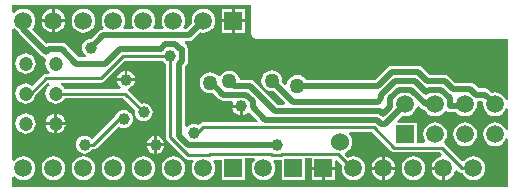
<source format=gbl>
G04 Layer_Physical_Order=2*
G04 Layer_Color=16711680*
%FSLAX43Y43*%
%MOMM*%
G71*
G01*
G75*
%ADD15C,0.254*%
%ADD16C,0.500*%
%ADD17C,1.524*%
%ADD18C,1.200*%
%ADD19C,1.500*%
%ADD20R,1.500X1.500*%
%ADD21C,1.000*%
%ADD22C,1.270*%
G36*
X607Y13787D02*
X816Y13627D01*
X848Y13613D01*
X849Y13610D01*
X960Y13445D01*
X2901Y11503D01*
X3066Y11393D01*
X3140Y11378D01*
X3247Y11185D01*
X3247Y11182D01*
X3212Y11097D01*
X3183Y10875D01*
X3212Y10653D01*
X3298Y10446D01*
X3434Y10269D01*
X3540Y10187D01*
X3480Y10009D01*
X3250D01*
X3103Y9980D01*
X2978Y9897D01*
X2978Y9897D01*
X2059Y8978D01*
X1929Y9077D01*
X1722Y9163D01*
X1500Y9192D01*
X1278Y9163D01*
X1071Y9077D01*
X894Y8941D01*
X758Y8764D01*
X672Y8557D01*
X643Y8335D01*
X672Y8113D01*
X758Y7906D01*
X894Y7729D01*
X1071Y7593D01*
X1278Y7507D01*
X1500Y7478D01*
X1722Y7507D01*
X1929Y7593D01*
X2106Y7729D01*
X2242Y7906D01*
X2328Y8113D01*
X2335Y8167D01*
X3378Y9210D01*
X3476Y9198D01*
X3527Y9013D01*
X3434Y8941D01*
X3298Y8764D01*
X3212Y8557D01*
X3183Y8335D01*
X3212Y8113D01*
X3298Y7906D01*
X3434Y7729D01*
X3611Y7593D01*
X3818Y7507D01*
X4040Y7478D01*
X4262Y7507D01*
X4469Y7593D01*
X4646Y7729D01*
X4782Y7906D01*
X4801Y7951D01*
X9756D01*
X10768Y6938D01*
X10744Y6750D01*
X10769Y6554D01*
X10845Y6372D01*
X10965Y6215D01*
X11122Y6095D01*
X11304Y6019D01*
X11500Y5994D01*
X11696Y6019D01*
X11878Y6095D01*
X12035Y6215D01*
X12155Y6372D01*
X12231Y6554D01*
X12256Y6750D01*
X12231Y6946D01*
X12155Y7128D01*
X12035Y7285D01*
X11878Y7405D01*
X11696Y7481D01*
X11500Y7506D01*
X11312Y7482D01*
X10203Y8591D01*
X10200Y8654D01*
X10238Y8787D01*
X10378Y8845D01*
X10535Y8965D01*
X10655Y9122D01*
X10731Y9304D01*
X10740Y9375D01*
X9260D01*
X9269Y9304D01*
X9345Y9122D01*
X9465Y8965D01*
X9554Y8897D01*
X9493Y8719D01*
X4801D01*
X4782Y8764D01*
X4646Y8941D01*
X4488Y9063D01*
X4490Y9128D01*
X4538Y9241D01*
X7875D01*
X7875Y9241D01*
X8022Y9270D01*
X8147Y9353D01*
X9909Y11116D01*
X13100D01*
X13215Y10965D01*
X13366Y10850D01*
Y4613D01*
X13366Y4613D01*
X13395Y4466D01*
X13478Y4341D01*
X14968Y2851D01*
X14968Y2851D01*
X15093Y2768D01*
X15240Y2739D01*
X15240Y2739D01*
X15642D01*
X15730Y2561D01*
X15686Y2504D01*
X15586Y2261D01*
X15551Y2000D01*
X15586Y1739D01*
X15686Y1496D01*
X15847Y1287D01*
X16056Y1127D01*
X16299Y1026D01*
X16560Y991D01*
X16821Y1026D01*
X17064Y1127D01*
X17273Y1287D01*
X17434Y1496D01*
X17534Y1739D01*
X17569Y2000D01*
X17534Y2261D01*
X17434Y2504D01*
X17390Y2561D01*
X17478Y2739D01*
X18100D01*
Y1000D01*
X20100D01*
Y2866D01*
X20862D01*
X20907Y2688D01*
X20767Y2504D01*
X20666Y2261D01*
X20631Y2000D01*
X20666Y1739D01*
X20767Y1496D01*
X20927Y1287D01*
X21136Y1127D01*
X21379Y1026D01*
X21640Y991D01*
X21901Y1026D01*
X22144Y1127D01*
X22353Y1287D01*
X22514Y1496D01*
X22614Y1739D01*
X22649Y2000D01*
X22614Y2261D01*
X22514Y2504D01*
X22470Y2561D01*
X22558Y2739D01*
X23113D01*
X23113Y2739D01*
X23180Y2684D01*
Y1000D01*
X25180D01*
Y2866D01*
X25720D01*
Y2125D01*
X27720D01*
Y2650D01*
X27898Y2724D01*
X28308Y2314D01*
X28286Y2261D01*
X28251Y2000D01*
X28286Y1739D01*
X28386Y1496D01*
X28547Y1287D01*
X28756Y1127D01*
X28999Y1026D01*
X29260Y991D01*
X29521Y1026D01*
X29764Y1127D01*
X29973Y1287D01*
X30133Y1496D01*
X30234Y1739D01*
X30269Y2000D01*
X30234Y2261D01*
X30133Y2504D01*
X29973Y2713D01*
X29764Y2874D01*
X29521Y2974D01*
X29260Y3009D01*
X28999Y2974D01*
X28812Y2897D01*
X28544Y3164D01*
X28579Y3339D01*
X28645Y3366D01*
X28857Y3528D01*
X29019Y3740D01*
X29121Y3986D01*
X29156Y4250D01*
X29121Y4514D01*
X29019Y4760D01*
X28883Y4938D01*
X28936Y5116D01*
X30808D01*
X32447Y3476D01*
X32447Y3476D01*
X32572Y3393D01*
X32719Y3364D01*
X32719Y3364D01*
X36567D01*
X36758Y3172D01*
X36695Y2984D01*
X36619Y2974D01*
X36376Y2874D01*
X36167Y2713D01*
X36007Y2504D01*
X35906Y2261D01*
X35888Y2125D01*
X36880D01*
Y2000D01*
X37005D01*
Y1008D01*
X37141Y1026D01*
X37384Y1127D01*
X37593Y1287D01*
X37754Y1496D01*
X37854Y1739D01*
X37864Y1815D01*
X38052Y1878D01*
X38202Y1728D01*
X38202Y1728D01*
X38327Y1645D01*
X38474Y1616D01*
X38474Y1616D01*
X38497D01*
X38547Y1496D01*
X38707Y1287D01*
X38916Y1127D01*
X39159Y1026D01*
X39420Y991D01*
X39681Y1026D01*
X39924Y1127D01*
X40133Y1287D01*
X40293Y1496D01*
X40394Y1739D01*
X40429Y2000D01*
X40394Y2261D01*
X40293Y2504D01*
X40133Y2713D01*
X39924Y2874D01*
X39681Y2974D01*
X39420Y3009D01*
X39159Y2974D01*
X38916Y2874D01*
X38707Y2713D01*
X38641Y2628D01*
X38405Y2612D01*
X36998Y4020D01*
X36989Y4025D01*
X36980Y4037D01*
X36950Y4255D01*
X37039Y4371D01*
X37139Y4614D01*
X37174Y4875D01*
X37139Y5136D01*
X37039Y5379D01*
X36878Y5588D01*
X36669Y5748D01*
X36426Y5849D01*
X36165Y5884D01*
X35904Y5849D01*
X35661Y5748D01*
X35452Y5588D01*
X35292Y5379D01*
X35191Y5136D01*
X35156Y4875D01*
X35191Y4614D01*
X35292Y4371D01*
X35338Y4310D01*
X35250Y4132D01*
X34625D01*
Y5875D01*
X33038D01*
X32970Y6039D01*
X33371Y6440D01*
X33625Y6406D01*
X33886Y6441D01*
X34129Y6542D01*
X34338Y6702D01*
X34499Y6911D01*
X34599Y7154D01*
X34609Y7227D01*
X34797Y7290D01*
X35032Y7055D01*
X35198Y6944D01*
X35285Y6927D01*
X35292Y6911D01*
X35452Y6702D01*
X35661Y6542D01*
X35904Y6441D01*
X36165Y6406D01*
X36426Y6441D01*
X36669Y6542D01*
X36878Y6702D01*
X36945Y6789D01*
X37087Y6884D01*
X37188Y6828D01*
X37261Y6779D01*
X37456Y6740D01*
X37962D01*
X37992Y6702D01*
X38201Y6542D01*
X38444Y6441D01*
X38705Y6406D01*
X38966Y6441D01*
X39209Y6542D01*
X39418Y6702D01*
X39578Y6911D01*
X39679Y7154D01*
X39714Y7415D01*
X39694Y7562D01*
X39832Y7740D01*
X40121D01*
X40259Y7587D01*
X40236Y7415D01*
X40271Y7154D01*
X40371Y6911D01*
X40532Y6702D01*
X40741Y6542D01*
X40984Y6441D01*
X41245Y6406D01*
X41506Y6441D01*
X41749Y6542D01*
X41958Y6702D01*
X42118Y6911D01*
X42188Y7078D01*
X42366Y7043D01*
Y5247D01*
X42188Y5212D01*
X42118Y5379D01*
X41958Y5588D01*
X41749Y5748D01*
X41506Y5849D01*
X41245Y5884D01*
X40984Y5849D01*
X40741Y5748D01*
X40532Y5588D01*
X40371Y5379D01*
X40271Y5136D01*
X40236Y4875D01*
X40271Y4614D01*
X40371Y4371D01*
X40532Y4162D01*
X40741Y4002D01*
X40984Y3901D01*
X41245Y3866D01*
X41506Y3901D01*
X41749Y4002D01*
X41958Y4162D01*
X42118Y4371D01*
X42188Y4538D01*
X42366Y4503D01*
Y384D01*
X384D01*
Y1285D01*
X562Y1345D01*
X607Y1287D01*
X816Y1127D01*
X1059Y1026D01*
X1320Y991D01*
X1581Y1026D01*
X1824Y1127D01*
X2033Y1287D01*
X2194Y1496D01*
X2294Y1739D01*
X2329Y2000D01*
X2294Y2261D01*
X2194Y2504D01*
X2033Y2713D01*
X1824Y2874D01*
X1581Y2974D01*
X1320Y3009D01*
X1059Y2974D01*
X816Y2874D01*
X607Y2713D01*
X562Y2655D01*
X384Y2715D01*
Y13785D01*
X562Y13845D01*
X607Y13787D01*
D02*
G37*
G36*
X20616Y13375D02*
X20645Y13228D01*
X20728Y13103D01*
X20853Y13020D01*
X21000Y12991D01*
X42366D01*
Y7787D01*
X42188Y7752D01*
X42118Y7919D01*
X41958Y8128D01*
X41749Y8288D01*
X41506Y8389D01*
X41245Y8424D01*
X40991Y8390D01*
X40770Y8610D01*
X40605Y8721D01*
X40410Y8760D01*
X39849D01*
X39498Y9110D01*
X39333Y9221D01*
X39138Y9260D01*
X37870D01*
X37354Y9775D01*
X37189Y9886D01*
X36993Y9925D01*
X35725D01*
X35125Y10525D01*
X34959Y10636D01*
X34764Y10675D01*
X32486D01*
X32291Y10636D01*
X32125Y10525D01*
X31110Y9510D01*
X25224D01*
X25131Y9631D01*
X24946Y9773D01*
X24731Y9862D01*
X24500Y9893D01*
X24269Y9862D01*
X24054Y9773D01*
X23869Y9631D01*
X23727Y9446D01*
X23638Y9231D01*
X23621Y9102D01*
X23433Y9038D01*
X23218Y9253D01*
X23238Y9405D01*
X23207Y9636D01*
X23118Y9851D01*
X22976Y10036D01*
X22791Y10178D01*
X22576Y10267D01*
X22345Y10298D01*
X22114Y10267D01*
X21899Y10178D01*
X21714Y10036D01*
X21572Y9851D01*
X21483Y9636D01*
X21452Y9405D01*
X21483Y9174D01*
X21572Y8959D01*
X21714Y8774D01*
X21899Y8632D01*
X22114Y8543D01*
X22345Y8512D01*
X22497Y8532D01*
X23478Y7551D01*
X23410Y7387D01*
X22809D01*
X20835Y9360D01*
X20670Y9471D01*
X20475Y9510D01*
X19625D01*
X19612Y9606D01*
X19523Y9821D01*
X19381Y10006D01*
X19196Y10148D01*
X18981Y10237D01*
X18750Y10268D01*
X18519Y10237D01*
X18304Y10148D01*
X18119Y10006D01*
X18002Y9854D01*
X17874Y9830D01*
X17791Y9836D01*
X17756Y9881D01*
X17571Y10023D01*
X17356Y10112D01*
X17125Y10143D01*
X16894Y10112D01*
X16679Y10023D01*
X16494Y9881D01*
X16352Y9696D01*
X16263Y9481D01*
X16233Y9250D01*
X16263Y9019D01*
X16352Y8804D01*
X16494Y8619D01*
X16679Y8477D01*
X16894Y8388D01*
X17125Y8357D01*
X17356Y8388D01*
X17367Y8392D01*
X17880Y7880D01*
X18045Y7769D01*
X18240Y7730D01*
X18965D01*
X19063Y7552D01*
X19019Y7446D01*
X19010Y7375D01*
X19750D01*
Y7250D01*
X19875D01*
Y6510D01*
X19946Y6519D01*
X20128Y6595D01*
X20285Y6715D01*
X20506Y6711D01*
X21168Y6049D01*
X21100Y5884D01*
X16500D01*
X16500Y5884D01*
X16353Y5855D01*
X16228Y5772D01*
X16228Y5772D01*
X16116Y5660D01*
X15946Y5731D01*
X15750Y5756D01*
X15554Y5731D01*
X15372Y5655D01*
X15215Y5535D01*
X15186Y5497D01*
X15008Y5558D01*
Y10623D01*
X15110Y10725D01*
X15221Y10891D01*
X15260Y11086D01*
Y11914D01*
X15238Y12024D01*
Y12127D01*
X15199Y12322D01*
X15089Y12487D01*
X14976Y12562D01*
X15030Y12740D01*
X15310D01*
X15505Y12779D01*
X15670Y12890D01*
X16306Y13525D01*
X16560Y13491D01*
X16821Y13526D01*
X17064Y13627D01*
X17273Y13787D01*
X17434Y13996D01*
X17534Y14239D01*
X17569Y14500D01*
X17534Y14761D01*
X17434Y15004D01*
X17273Y15213D01*
X17064Y15373D01*
X16821Y15474D01*
X16560Y15509D01*
X16299Y15474D01*
X16056Y15373D01*
X15847Y15213D01*
X15686Y15004D01*
X15586Y14761D01*
X15551Y14500D01*
X15585Y14246D01*
X15101Y13762D01*
X14928Y13777D01*
X14849Y13938D01*
X14894Y13996D01*
X14994Y14239D01*
X15029Y14500D01*
X14994Y14761D01*
X14894Y15004D01*
X14733Y15213D01*
X14524Y15373D01*
X14281Y15474D01*
X14020Y15509D01*
X13759Y15474D01*
X13516Y15373D01*
X13307Y15213D01*
X13146Y15004D01*
X13046Y14761D01*
X13011Y14500D01*
X13046Y14239D01*
X13146Y13996D01*
X13191Y13938D01*
X13103Y13760D01*
X12397D01*
X12309Y13938D01*
X12354Y13996D01*
X12454Y14239D01*
X12489Y14500D01*
X12454Y14761D01*
X12354Y15004D01*
X12193Y15213D01*
X11984Y15373D01*
X11741Y15474D01*
X11480Y15509D01*
X11219Y15474D01*
X10976Y15373D01*
X10767Y15213D01*
X10606Y15004D01*
X10506Y14761D01*
X10471Y14500D01*
X10506Y14239D01*
X10606Y13996D01*
X10651Y13938D01*
X10563Y13760D01*
X9857D01*
X9769Y13938D01*
X9814Y13996D01*
X9914Y14239D01*
X9949Y14500D01*
X9914Y14761D01*
X9814Y15004D01*
X9653Y15213D01*
X9444Y15373D01*
X9201Y15474D01*
X8940Y15509D01*
X8679Y15474D01*
X8436Y15373D01*
X8227Y15213D01*
X8066Y15004D01*
X7966Y14761D01*
X7931Y14500D01*
X7966Y14239D01*
X8066Y13996D01*
X8111Y13938D01*
X8095Y13862D01*
X8030Y13751D01*
X7878Y13721D01*
X7713Y13610D01*
X7068Y12966D01*
X7037Y12970D01*
X6841Y12944D01*
X6659Y12868D01*
X6502Y12748D01*
X6382Y12591D01*
X6306Y12409D01*
X6280Y12213D01*
X6306Y12017D01*
X6382Y11835D01*
X6502Y11678D01*
X6653Y11563D01*
X6654Y11545D01*
X6612Y11385D01*
X6019D01*
X4918Y12485D01*
X4753Y12596D01*
X4558Y12635D01*
X3522D01*
X3327Y12596D01*
X3281Y12565D01*
X2044Y13801D01*
X2194Y13996D01*
X2294Y14239D01*
X2329Y14500D01*
X2294Y14761D01*
X2194Y15004D01*
X2033Y15213D01*
X1824Y15373D01*
X1581Y15474D01*
X1320Y15509D01*
X1059Y15474D01*
X816Y15373D01*
X607Y15213D01*
X562Y15155D01*
X384Y15215D01*
Y15866D01*
X20616D01*
Y13375D01*
D02*
G37*
%LPC*%
G36*
X31925Y2992D02*
Y2125D01*
X32792D01*
X32774Y2261D01*
X32674Y2504D01*
X32513Y2713D01*
X32304Y2874D01*
X32061Y2974D01*
X31925Y2992D01*
D02*
G37*
G36*
X31675D02*
X31539Y2974D01*
X31296Y2874D01*
X31087Y2713D01*
X30927Y2504D01*
X30826Y2261D01*
X30808Y2125D01*
X31675D01*
Y2992D01*
D02*
G37*
G36*
X36755Y1875D02*
X35888D01*
X35906Y1739D01*
X36007Y1496D01*
X36167Y1287D01*
X36376Y1127D01*
X36619Y1026D01*
X36755Y1008D01*
Y1875D01*
D02*
G37*
G36*
X12392Y3863D02*
X11777D01*
X11786Y3792D01*
X11862Y3610D01*
X11982Y3453D01*
X12139Y3333D01*
X12321Y3257D01*
X12392Y3248D01*
Y3863D01*
D02*
G37*
G36*
Y4728D02*
X12321Y4719D01*
X12139Y4643D01*
X11982Y4523D01*
X11862Y4366D01*
X11786Y4184D01*
X11777Y4113D01*
X12392D01*
Y4728D01*
D02*
G37*
G36*
X12642D02*
Y4113D01*
X13257D01*
X13248Y4184D01*
X13172Y4366D01*
X13052Y4523D01*
X12895Y4643D01*
X12713Y4719D01*
X12642Y4728D01*
D02*
G37*
G36*
X13257Y3863D02*
X12642D01*
Y3248D01*
X12713Y3257D01*
X12895Y3333D01*
X13052Y3453D01*
X13172Y3610D01*
X13248Y3792D01*
X13257Y3863D01*
D02*
G37*
G36*
X38705Y5884D02*
X38444Y5849D01*
X38201Y5748D01*
X37992Y5588D01*
X37832Y5379D01*
X37731Y5136D01*
X37696Y4875D01*
X37731Y4614D01*
X37832Y4371D01*
X37992Y4162D01*
X38201Y4002D01*
X38444Y3901D01*
X38705Y3866D01*
X38966Y3901D01*
X39209Y4002D01*
X39418Y4162D01*
X39578Y4371D01*
X39679Y4614D01*
X39714Y4875D01*
X39679Y5136D01*
X39578Y5379D01*
X39418Y5588D01*
X39209Y5748D01*
X38966Y5849D01*
X38705Y5884D01*
D02*
G37*
G36*
X32792Y1875D02*
X31925D01*
Y1008D01*
X32061Y1026D01*
X32304Y1127D01*
X32513Y1287D01*
X32674Y1496D01*
X32774Y1739D01*
X32792Y1875D01*
D02*
G37*
G36*
X8940Y3009D02*
X8679Y2974D01*
X8436Y2874D01*
X8227Y2713D01*
X8066Y2504D01*
X7966Y2261D01*
X7931Y2000D01*
X7966Y1739D01*
X8066Y1496D01*
X8227Y1287D01*
X8436Y1127D01*
X8679Y1026D01*
X8940Y991D01*
X9201Y1026D01*
X9444Y1127D01*
X9653Y1287D01*
X9814Y1496D01*
X9914Y1739D01*
X9949Y2000D01*
X9914Y2261D01*
X9814Y2504D01*
X9653Y2713D01*
X9444Y2874D01*
X9201Y2974D01*
X8940Y3009D01*
D02*
G37*
G36*
X11480D02*
X11219Y2974D01*
X10976Y2874D01*
X10767Y2713D01*
X10606Y2504D01*
X10506Y2261D01*
X10471Y2000D01*
X10506Y1739D01*
X10606Y1496D01*
X10767Y1287D01*
X10976Y1127D01*
X11219Y1026D01*
X11480Y991D01*
X11741Y1026D01*
X11984Y1127D01*
X12193Y1287D01*
X12354Y1496D01*
X12454Y1739D01*
X12489Y2000D01*
X12454Y2261D01*
X12354Y2504D01*
X12193Y2713D01*
X11984Y2874D01*
X11741Y2974D01*
X11480Y3009D01*
D02*
G37*
G36*
X3860D02*
X3599Y2974D01*
X3356Y2874D01*
X3147Y2713D01*
X2987Y2504D01*
X2886Y2261D01*
X2851Y2000D01*
X2886Y1739D01*
X2987Y1496D01*
X3147Y1287D01*
X3356Y1127D01*
X3599Y1026D01*
X3860Y991D01*
X4121Y1026D01*
X4364Y1127D01*
X4573Y1287D01*
X4734Y1496D01*
X4834Y1739D01*
X4869Y2000D01*
X4834Y2261D01*
X4734Y2504D01*
X4573Y2713D01*
X4364Y2874D01*
X4121Y2974D01*
X3860Y3009D01*
D02*
G37*
G36*
X6400D02*
X6139Y2974D01*
X5896Y2874D01*
X5687Y2713D01*
X5527Y2504D01*
X5426Y2261D01*
X5391Y2000D01*
X5426Y1739D01*
X5527Y1496D01*
X5687Y1287D01*
X5896Y1127D01*
X6139Y1026D01*
X6400Y991D01*
X6661Y1026D01*
X6904Y1127D01*
X7113Y1287D01*
X7273Y1496D01*
X7374Y1739D01*
X7409Y2000D01*
X7374Y2261D01*
X7273Y2504D01*
X7113Y2713D01*
X6904Y2874D01*
X6661Y2974D01*
X6400Y3009D01*
D02*
G37*
G36*
X14020D02*
X13759Y2974D01*
X13516Y2874D01*
X13307Y2713D01*
X13146Y2504D01*
X13046Y2261D01*
X13011Y2000D01*
X13046Y1739D01*
X13146Y1496D01*
X13307Y1287D01*
X13516Y1127D01*
X13759Y1026D01*
X14020Y991D01*
X14281Y1026D01*
X14524Y1127D01*
X14733Y1287D01*
X14894Y1496D01*
X14994Y1739D01*
X15029Y2000D01*
X14994Y2261D01*
X14894Y2504D01*
X14733Y2713D01*
X14524Y2874D01*
X14281Y2974D01*
X14020Y3009D01*
D02*
G37*
G36*
X27720Y1875D02*
X26845D01*
Y1000D01*
X27720D01*
Y1875D01*
D02*
G37*
G36*
X31675D02*
X30808D01*
X30826Y1739D01*
X30927Y1496D01*
X31087Y1287D01*
X31296Y1127D01*
X31539Y1026D01*
X31675Y1008D01*
Y1875D01*
D02*
G37*
G36*
X34340Y3009D02*
X34079Y2974D01*
X33836Y2874D01*
X33627Y2713D01*
X33466Y2504D01*
X33366Y2261D01*
X33331Y2000D01*
X33366Y1739D01*
X33466Y1496D01*
X33627Y1287D01*
X33836Y1127D01*
X34079Y1026D01*
X34340Y991D01*
X34601Y1026D01*
X34844Y1127D01*
X35053Y1287D01*
X35214Y1496D01*
X35314Y1739D01*
X35349Y2000D01*
X35314Y2261D01*
X35214Y2504D01*
X35053Y2713D01*
X34844Y2874D01*
X34601Y2974D01*
X34340Y3009D01*
D02*
G37*
G36*
X26595Y1875D02*
X25720D01*
Y1000D01*
X26595D01*
Y1875D01*
D02*
G37*
G36*
X1500Y6652D02*
X1278Y6623D01*
X1071Y6537D01*
X894Y6401D01*
X758Y6224D01*
X672Y6017D01*
X643Y5795D01*
X672Y5573D01*
X758Y5366D01*
X894Y5189D01*
X1071Y5053D01*
X1278Y4967D01*
X1500Y4938D01*
X1722Y4967D01*
X1929Y5053D01*
X2106Y5189D01*
X2242Y5366D01*
X2328Y5573D01*
X2357Y5795D01*
X2328Y6017D01*
X2242Y6224D01*
X2106Y6401D01*
X1929Y6537D01*
X1722Y6623D01*
X1500Y6652D01*
D02*
G37*
G36*
X20100Y14375D02*
X19225D01*
Y13500D01*
X20100D01*
Y14375D01*
D02*
G37*
G36*
X3735D02*
X2868D01*
X2886Y14239D01*
X2987Y13996D01*
X3147Y13787D01*
X3356Y13627D01*
X3599Y13526D01*
X3735Y13508D01*
Y14375D01*
D02*
G37*
G36*
X6400Y15509D02*
X6139Y15474D01*
X5896Y15373D01*
X5687Y15213D01*
X5527Y15004D01*
X5426Y14761D01*
X5391Y14500D01*
X5426Y14239D01*
X5527Y13996D01*
X5687Y13787D01*
X5896Y13627D01*
X6139Y13526D01*
X6400Y13491D01*
X6661Y13526D01*
X6904Y13627D01*
X7113Y13787D01*
X7273Y13996D01*
X7374Y14239D01*
X7409Y14500D01*
X7374Y14761D01*
X7273Y15004D01*
X7113Y15213D01*
X6904Y15373D01*
X6661Y15474D01*
X6400Y15509D01*
D02*
G37*
G36*
X18975Y14375D02*
X18100D01*
Y13500D01*
X18975D01*
Y14375D01*
D02*
G37*
G36*
X4852D02*
X3985D01*
Y13508D01*
X4121Y13526D01*
X4364Y13627D01*
X4573Y13787D01*
X4734Y13996D01*
X4834Y14239D01*
X4852Y14375D01*
D02*
G37*
G36*
X3985Y15492D02*
Y14625D01*
X4852D01*
X4834Y14761D01*
X4734Y15004D01*
X4573Y15213D01*
X4364Y15373D01*
X4121Y15474D01*
X3985Y15492D01*
D02*
G37*
G36*
X20100Y15500D02*
X19225D01*
Y14625D01*
X20100D01*
Y15500D01*
D02*
G37*
G36*
X18975D02*
X18100D01*
Y14625D01*
X18975D01*
Y15500D01*
D02*
G37*
G36*
X3735Y15492D02*
X3599Y15474D01*
X3356Y15373D01*
X3147Y15213D01*
X2987Y15004D01*
X2886Y14761D01*
X2868Y14625D01*
X3735D01*
Y15492D01*
D02*
G37*
G36*
X9826Y6936D02*
X9631Y6911D01*
X9448Y6835D01*
X9292Y6715D01*
X9171Y6558D01*
X9105Y6399D01*
X7220Y4513D01*
X7042Y4525D01*
X7035Y4535D01*
X6878Y4655D01*
X6696Y4731D01*
X6500Y4756D01*
X6304Y4731D01*
X6122Y4655D01*
X5965Y4535D01*
X5845Y4378D01*
X5769Y4196D01*
X5744Y4000D01*
X5769Y3804D01*
X5845Y3622D01*
X5965Y3465D01*
X6122Y3345D01*
X6304Y3269D01*
X6500Y3244D01*
X6696Y3269D01*
X6878Y3345D01*
X7035Y3465D01*
X7150Y3616D01*
X7250D01*
X7250Y3616D01*
X7397Y3645D01*
X7522Y3728D01*
X9375Y5581D01*
X9448Y5525D01*
X9631Y5449D01*
X9826Y5424D01*
X10022Y5449D01*
X10205Y5525D01*
X10361Y5645D01*
X10482Y5802D01*
X10557Y5984D01*
X10583Y6180D01*
X10557Y6376D01*
X10482Y6558D01*
X10361Y6715D01*
X10205Y6835D01*
X10022Y6911D01*
X9826Y6936D01*
D02*
G37*
G36*
X3915Y6636D02*
X3818Y6623D01*
X3611Y6537D01*
X3434Y6401D01*
X3298Y6224D01*
X3212Y6017D01*
X3199Y5920D01*
X3915D01*
Y6636D01*
D02*
G37*
G36*
Y5670D02*
X3199D01*
X3212Y5573D01*
X3298Y5366D01*
X3434Y5189D01*
X3611Y5053D01*
X3818Y4967D01*
X3915Y4954D01*
Y5670D01*
D02*
G37*
G36*
X4881D02*
X4165D01*
Y4954D01*
X4262Y4967D01*
X4469Y5053D01*
X4646Y5189D01*
X4782Y5366D01*
X4868Y5573D01*
X4881Y5670D01*
D02*
G37*
G36*
X4165Y6636D02*
Y5920D01*
X4881D01*
X4868Y6017D01*
X4782Y6224D01*
X4646Y6401D01*
X4469Y6537D01*
X4262Y6623D01*
X4165Y6636D01*
D02*
G37*
G36*
X10125Y10240D02*
Y9625D01*
X10740D01*
X10731Y9696D01*
X10655Y9878D01*
X10535Y10035D01*
X10378Y10155D01*
X10196Y10231D01*
X10125Y10240D01*
D02*
G37*
G36*
X1500Y11732D02*
X1278Y11703D01*
X1071Y11617D01*
X894Y11481D01*
X758Y11304D01*
X672Y11097D01*
X643Y10875D01*
X672Y10653D01*
X758Y10446D01*
X894Y10269D01*
X1071Y10133D01*
X1278Y10047D01*
X1500Y10018D01*
X1722Y10047D01*
X1929Y10133D01*
X2106Y10269D01*
X2242Y10446D01*
X2328Y10653D01*
X2357Y10875D01*
X2328Y11097D01*
X2242Y11304D01*
X2106Y11481D01*
X1929Y11617D01*
X1722Y11703D01*
X1500Y11732D01*
D02*
G37*
G36*
X19625Y7125D02*
X19010D01*
X19019Y7054D01*
X19095Y6872D01*
X19215Y6715D01*
X19372Y6595D01*
X19554Y6519D01*
X19625Y6510D01*
Y7125D01*
D02*
G37*
G36*
X9875Y10240D02*
X9804Y10231D01*
X9622Y10155D01*
X9465Y10035D01*
X9345Y9878D01*
X9269Y9696D01*
X9260Y9625D01*
X9875D01*
Y10240D01*
D02*
G37*
%LPD*%
D15*
X17150Y3250D02*
X22260D01*
X17027Y3127D02*
X17150Y3250D01*
X38474Y2000D02*
X39325D01*
X36726Y3748D02*
X38474Y2000D01*
X30967Y5500D02*
X32719Y3748D01*
X16500Y5500D02*
X30967D01*
X16012Y5012D02*
X16500Y5500D01*
X27915Y3250D02*
X29165Y2000D01*
X23240Y3250D02*
X27915D01*
X9915Y8335D02*
X11500Y6750D01*
X4040Y8335D02*
X9915D01*
X9430Y6180D02*
X9826D01*
X7250Y4000D02*
X9430Y6180D01*
X1500Y8335D02*
X1960D01*
X3250Y9625D01*
X7875D01*
X9750Y11500D01*
X6500Y4000D02*
X7250D01*
X15240Y3123D02*
X16089D01*
X13750Y4613D02*
X15240Y3123D01*
X9750Y11500D02*
X13750D01*
Y4613D02*
Y11500D01*
X16089Y3123D02*
X16093Y3127D01*
X17027D01*
X32719Y3748D02*
X36726D01*
X22260Y3250D02*
X22387Y3123D01*
X23113D01*
X23240Y3250D01*
D16*
X3261Y11864D02*
X3522Y12125D01*
X3261Y11864D02*
X3261D01*
X3522Y12125D02*
X4558D01*
X39138Y8750D02*
X39638Y8250D01*
X37658Y8750D02*
X39138D01*
X36993Y9415D02*
X37658Y8750D01*
X36683Y8665D02*
X37415Y7933D01*
X35647Y8665D02*
X36683D01*
X37415Y7291D02*
Y7933D01*
X20750Y7188D02*
Y7664D01*
X21810Y6127D02*
X31227D01*
X20750Y7188D02*
X21810Y6127D01*
X17125Y9355D02*
X18240Y8240D01*
X19326D02*
X19336Y8250D01*
X18240Y8240D02*
X19326D01*
X31537Y6877D02*
X31782Y6632D01*
X20475Y9000D02*
X22598Y6877D01*
X31227Y6127D02*
X31604Y5750D01*
X22598Y6877D02*
X31537D01*
X31337Y7627D02*
X31625Y7915D01*
X24123Y7627D02*
X31337D01*
X22345Y9405D02*
X24123Y7627D01*
X31782Y6632D02*
X32375Y7226D01*
X31604Y5750D02*
X31960D01*
X16164Y4000D02*
X16164Y4000D01*
X22750D01*
X15250Y4000D02*
X16164D01*
X15310Y13250D02*
X16560Y14500D01*
X8074Y13250D02*
X15310D01*
X7037Y12213D02*
X8074Y13250D01*
X14499Y10834D02*
X14750Y11086D01*
X14499Y4751D02*
Y10834D01*
X14728Y11936D02*
Y12127D01*
Y11936D02*
X14750Y11914D01*
Y11086D02*
Y11914D01*
X14537Y12127D02*
X14728D01*
X14164Y12500D02*
X14537Y12127D01*
X13336Y12500D02*
X14164D01*
X12963Y12127D02*
X13336Y12500D01*
X9490Y12127D02*
X12963D01*
X8238Y10875D02*
X9490Y12127D01*
X5808Y10875D02*
X8238D01*
X4558Y12125D02*
X5808Y10875D01*
X1320Y13805D02*
Y14500D01*
X17125Y9250D02*
Y9355D01*
X35393Y7415D02*
X36165D01*
X19336Y8250D02*
X20164D01*
X20750Y7664D01*
X18750Y9375D02*
X19125Y9000D01*
X20475D01*
X38540Y7250D02*
X38705Y7415D01*
X37415Y7291D02*
X37456Y7250D01*
X38540D01*
X24500Y9000D02*
X31321D01*
X32375Y7933D02*
X33107Y8665D01*
X34143D01*
X35393Y7415D01*
X40410Y8250D02*
X41245Y7415D01*
X39638Y8250D02*
X40410D01*
X31625Y7915D02*
Y8243D01*
X32797Y9415D01*
X34453D01*
X35425Y8443D01*
X35425D01*
X35647Y8665D01*
X31321Y9000D02*
X32486Y10165D01*
X34764D01*
X35514Y9415D01*
X36993D01*
X24500Y9000D02*
X24500Y9000D01*
X31960Y5750D02*
X33625Y7415D01*
X32375Y7226D02*
Y7933D01*
X1320Y13805D02*
X3261Y11864D01*
X14499Y4751D02*
X15250Y4000D01*
D17*
X28135Y4250D02*
D03*
D18*
X4040Y5795D02*
D03*
X1500D02*
D03*
X4040Y8335D02*
D03*
X1500D02*
D03*
X4040Y10875D02*
D03*
X1500D02*
D03*
D19*
X21640Y2000D02*
D03*
X16560Y14500D02*
D03*
X14020D02*
D03*
X11480D02*
D03*
X8940D02*
D03*
X6400D02*
D03*
X3860D02*
D03*
X1320D02*
D03*
X16560Y2000D02*
D03*
X14020D02*
D03*
X11480D02*
D03*
X8940D02*
D03*
X6400D02*
D03*
X3860D02*
D03*
X1320D02*
D03*
X33625Y7415D02*
D03*
X36165Y4875D02*
D03*
Y7415D02*
D03*
X38705Y4875D02*
D03*
Y7415D02*
D03*
X41245Y4875D02*
D03*
Y7415D02*
D03*
X39420Y2000D02*
D03*
X36880D02*
D03*
X34340D02*
D03*
X31800D02*
D03*
X29260D02*
D03*
D20*
X24180D02*
D03*
X19100Y14500D02*
D03*
Y2000D02*
D03*
X33625Y4875D02*
D03*
X26720Y2000D02*
D03*
D21*
X10000Y9500D02*
D03*
X11500Y6750D02*
D03*
X9826Y6180D02*
D03*
X15750Y5000D02*
D03*
X7037Y12213D02*
D03*
X12517Y3988D02*
D03*
X22750Y4000D02*
D03*
X19750Y7250D02*
D03*
X6500Y4000D02*
D03*
X13750Y11500D02*
D03*
D22*
X17125Y9250D02*
D03*
X18750Y9375D02*
D03*
X22345Y9405D02*
D03*
X24500Y9000D02*
D03*
M02*

</source>
